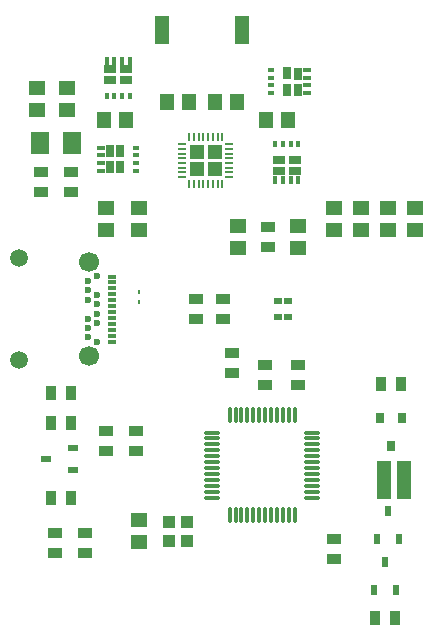
<source format=gtp>
G04*
G04 #@! TF.GenerationSoftware,Altium Limited,Altium Designer,19.0.15 (446)*
G04*
G04 Layer_Color=8421504*
%FSLAX25Y25*%
%MOIN*%
G70*
G01*
G75*
%ADD25R,0.04724X0.04724*%
%ADD26C,0.02362*%
%ADD27C,0.06693*%
%ADD28C,0.05906*%
%ADD29R,0.04429X0.02756*%
%ADD30R,0.02756X0.04429*%
%ADD31R,0.02756X0.04429*%
%ADD32R,0.02756X0.04429*%
%ADD33R,0.04528X0.12598*%
%ADD34O,0.05709X0.01181*%
%ADD35O,0.01181X0.05709*%
%ADD36R,0.03937X0.04331*%
%ADD37R,0.01221X0.02402*%
%ADD38R,0.01221X0.03150*%
%ADD39R,0.05906X0.07284*%
%ADD40O,0.03150X0.00787*%
%ADD41O,0.00787X0.03150*%
%ADD42R,0.02559X0.02362*%
%ADD43R,0.02559X0.03740*%
%ADD44R,0.04890X0.09811*%
%ADD45R,0.02756X0.01260*%
%ADD46R,0.04528X0.05709*%
%ADD47R,0.05709X0.04528*%
%ADD48R,0.05118X0.03347*%
%ADD49R,0.00984X0.01417*%
%ADD50R,0.03347X0.05118*%
%ADD51R,0.02362X0.03543*%
%ADD52R,0.02402X0.01221*%
%ADD53R,0.03150X0.01221*%
%ADD54R,0.03543X0.02362*%
D25*
X-22823Y52441D02*
D03*
Y46535D02*
D03*
X-28728Y52441D02*
D03*
Y46535D02*
D03*
D26*
X-62183Y11024D02*
D03*
X-64939Y9449D02*
D03*
X-62183Y4724D02*
D03*
Y1575D02*
D03*
X-64939Y3150D02*
D03*
X-62183Y-1575D02*
D03*
Y-4724D02*
D03*
Y-11024D02*
D03*
X-64939Y6299D02*
D03*
Y-3150D02*
D03*
Y-6299D02*
D03*
Y-9449D02*
D03*
D27*
X-64742Y15748D02*
D03*
Y-15748D02*
D03*
D28*
X-87971Y17047D02*
D03*
Y-17047D02*
D03*
D29*
X-57707Y76213D02*
D03*
X-52293D02*
D03*
Y79854D02*
D03*
X-57608D02*
D03*
X3986Y49685D02*
D03*
X-1427D02*
D03*
Y46043D02*
D03*
X3888D02*
D03*
D30*
X-54213Y47293D02*
D03*
X1315Y78545D02*
D03*
D31*
X-54213Y52707D02*
D03*
X1315Y73132D02*
D03*
D32*
X-57854Y52707D02*
D03*
X-57854Y47392D02*
D03*
X4957Y73132D02*
D03*
X4957Y78447D02*
D03*
D33*
X40445Y-57000D02*
D03*
X33555D02*
D03*
D34*
X9634Y-47079D02*
D03*
Y-45110D02*
D03*
Y-49047D02*
D03*
Y-41173D02*
D03*
Y-43142D02*
D03*
Y-54953D02*
D03*
Y-56921D02*
D03*
Y-51016D02*
D03*
Y-52984D02*
D03*
Y-58890D02*
D03*
Y-60858D02*
D03*
Y-62827D02*
D03*
X-23634Y-45110D02*
D03*
Y-47079D02*
D03*
Y-41173D02*
D03*
Y-43142D02*
D03*
Y-52984D02*
D03*
Y-54953D02*
D03*
Y-49047D02*
D03*
Y-51016D02*
D03*
Y-56921D02*
D03*
Y-62827D02*
D03*
Y-58890D02*
D03*
Y-60858D02*
D03*
D35*
X1858Y-35366D02*
D03*
X3827D02*
D03*
X-2079D02*
D03*
X-110D02*
D03*
X-6016D02*
D03*
X-4047D02*
D03*
X-7984D02*
D03*
X1858Y-68634D02*
D03*
X3827D02*
D03*
X-110D02*
D03*
X-4047D02*
D03*
X-2079D02*
D03*
X-7984D02*
D03*
X-6016D02*
D03*
X-11921Y-35366D02*
D03*
X-15858D02*
D03*
X-9953D02*
D03*
X-17827D02*
D03*
X-13890D02*
D03*
X-15858Y-68634D02*
D03*
X-13890D02*
D03*
X-11921D02*
D03*
X-9953D02*
D03*
X-17827D02*
D03*
D36*
X-32047Y-70850D02*
D03*
Y-77150D02*
D03*
X-37953Y-70850D02*
D03*
Y-77150D02*
D03*
D37*
X-58839Y70898D02*
D03*
X-56279D02*
D03*
X-53720D02*
D03*
X-51161D02*
D03*
X5118Y55000D02*
D03*
X2559D02*
D03*
X0D02*
D03*
X-2559D02*
D03*
D38*
X-51161Y82728D02*
D03*
X-53720D02*
D03*
X-56279D02*
D03*
X-58839D02*
D03*
X-2559Y43169D02*
D03*
X0D02*
D03*
X2559D02*
D03*
X5118D02*
D03*
D39*
X-70534Y55476D02*
D03*
X-80967D02*
D03*
D40*
X-18000Y55000D02*
D03*
Y50276D02*
D03*
Y48701D02*
D03*
Y53425D02*
D03*
Y51850D02*
D03*
Y47126D02*
D03*
Y45551D02*
D03*
Y43976D02*
D03*
X-33551Y55000D02*
D03*
Y50276D02*
D03*
Y48701D02*
D03*
Y53425D02*
D03*
Y51850D02*
D03*
Y45551D02*
D03*
Y47126D02*
D03*
Y43976D02*
D03*
D41*
X-20264Y57264D02*
D03*
X-23413D02*
D03*
X-21839D02*
D03*
X-26563D02*
D03*
X-24988D02*
D03*
X-20264Y41713D02*
D03*
X-23413D02*
D03*
X-21839D02*
D03*
X-26563D02*
D03*
X-24988D02*
D03*
X-29713Y57264D02*
D03*
X-31287D02*
D03*
X-28138D02*
D03*
X-29713Y41713D02*
D03*
X-28138D02*
D03*
X-31287D02*
D03*
D42*
X1772Y2756D02*
D03*
Y-2756D02*
D03*
X-1772Y2756D02*
D03*
Y-2756D02*
D03*
D43*
X39543Y-36374D02*
D03*
X36000Y-45626D02*
D03*
X32457Y-36374D02*
D03*
D44*
X-13713Y93000D02*
D03*
X-40287D02*
D03*
D45*
X-57026Y10827D02*
D03*
Y8858D02*
D03*
Y2953D02*
D03*
Y984D02*
D03*
Y6890D02*
D03*
Y4921D02*
D03*
Y-984D02*
D03*
Y-2953D02*
D03*
Y-4921D02*
D03*
Y-6890D02*
D03*
Y-8858D02*
D03*
Y-10827D02*
D03*
D46*
X-15457Y69000D02*
D03*
X-22543D02*
D03*
X-31457Y69000D02*
D03*
X-38543D02*
D03*
X1543Y63000D02*
D03*
X-5543D02*
D03*
X-52457Y63000D02*
D03*
X-59543D02*
D03*
D47*
X-82000Y73543D02*
D03*
Y66457D02*
D03*
X-48000Y-70457D02*
D03*
Y-77543D02*
D03*
X-72000Y73543D02*
D03*
Y66457D02*
D03*
X-48000Y33543D02*
D03*
Y26457D02*
D03*
X-59000Y33543D02*
D03*
Y26457D02*
D03*
X17000Y33543D02*
D03*
Y26457D02*
D03*
X26000Y33543D02*
D03*
Y26457D02*
D03*
X35000Y33543D02*
D03*
Y26457D02*
D03*
X44000Y33543D02*
D03*
Y26457D02*
D03*
X-15000Y27543D02*
D03*
Y20457D02*
D03*
X5000Y27543D02*
D03*
Y20457D02*
D03*
D48*
X-20000Y3347D02*
D03*
Y-3347D02*
D03*
X-17000Y-21346D02*
D03*
Y-14653D02*
D03*
X-6000Y-25346D02*
D03*
Y-18654D02*
D03*
X5000Y-25346D02*
D03*
Y-18654D02*
D03*
X17000Y-76653D02*
D03*
Y-83346D02*
D03*
X-80750Y39130D02*
D03*
Y45823D02*
D03*
X-70750Y39130D02*
D03*
Y45823D02*
D03*
X-5000Y20654D02*
D03*
Y27347D02*
D03*
X-29000Y3347D02*
D03*
Y-3347D02*
D03*
X-59000Y-47346D02*
D03*
Y-40653D02*
D03*
X-49000Y-40654D02*
D03*
Y-47346D02*
D03*
X-76000Y-81346D02*
D03*
Y-74654D02*
D03*
X-66000Y-74654D02*
D03*
Y-81346D02*
D03*
D49*
X-48000Y5654D02*
D03*
Y2347D02*
D03*
D50*
X39347Y-25000D02*
D03*
X32654D02*
D03*
X37347Y-103000D02*
D03*
X30654D02*
D03*
X-70653Y-28000D02*
D03*
X-77346D02*
D03*
X-70653Y-38000D02*
D03*
X-77346D02*
D03*
X-70653Y-63000D02*
D03*
X-77346D02*
D03*
D51*
X35000Y-67472D02*
D03*
X31260Y-76528D02*
D03*
X38740D02*
D03*
X34000Y-84472D02*
D03*
X30260Y-93528D02*
D03*
X37740D02*
D03*
D52*
X-48898Y46161D02*
D03*
Y48720D02*
D03*
Y51279D02*
D03*
Y53839D02*
D03*
X-4000Y79677D02*
D03*
Y77118D02*
D03*
Y74559D02*
D03*
Y72000D02*
D03*
D53*
X-60728Y53839D02*
D03*
Y51279D02*
D03*
Y48720D02*
D03*
Y46161D02*
D03*
X7831Y72000D02*
D03*
Y74559D02*
D03*
Y77118D02*
D03*
Y79677D02*
D03*
D54*
X-69945Y-46260D02*
D03*
Y-53740D02*
D03*
X-79000Y-50000D02*
D03*
M02*

</source>
